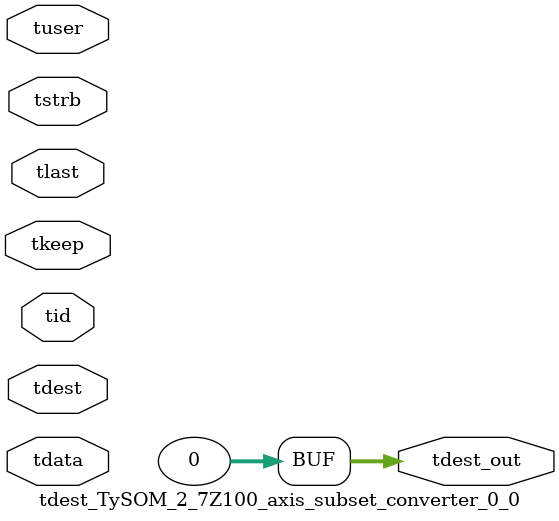
<source format=v>


`timescale 1ps/1ps

module tdest_TySOM_2_7Z100_axis_subset_converter_0_0 #
(
parameter C_S_AXIS_TDATA_WIDTH = 32,
parameter C_S_AXIS_TUSER_WIDTH = 0,
parameter C_S_AXIS_TID_WIDTH   = 0,
parameter C_S_AXIS_TDEST_WIDTH = 0,
parameter C_M_AXIS_TDEST_WIDTH = 32
)
(
input  [(C_S_AXIS_TDATA_WIDTH == 0 ? 1 : C_S_AXIS_TDATA_WIDTH)-1:0     ] tdata,
input  [(C_S_AXIS_TUSER_WIDTH == 0 ? 1 : C_S_AXIS_TUSER_WIDTH)-1:0     ] tuser,
input  [(C_S_AXIS_TID_WIDTH   == 0 ? 1 : C_S_AXIS_TID_WIDTH)-1:0       ] tid,
input  [(C_S_AXIS_TDEST_WIDTH == 0 ? 1 : C_S_AXIS_TDEST_WIDTH)-1:0     ] tdest,
input  [(C_S_AXIS_TDATA_WIDTH/8)-1:0 ] tkeep,
input  [(C_S_AXIS_TDATA_WIDTH/8)-1:0 ] tstrb,
input                                                                    tlast,
output [C_M_AXIS_TDEST_WIDTH-1:0] tdest_out
);

assign tdest_out = {1'b0};

endmodule


</source>
